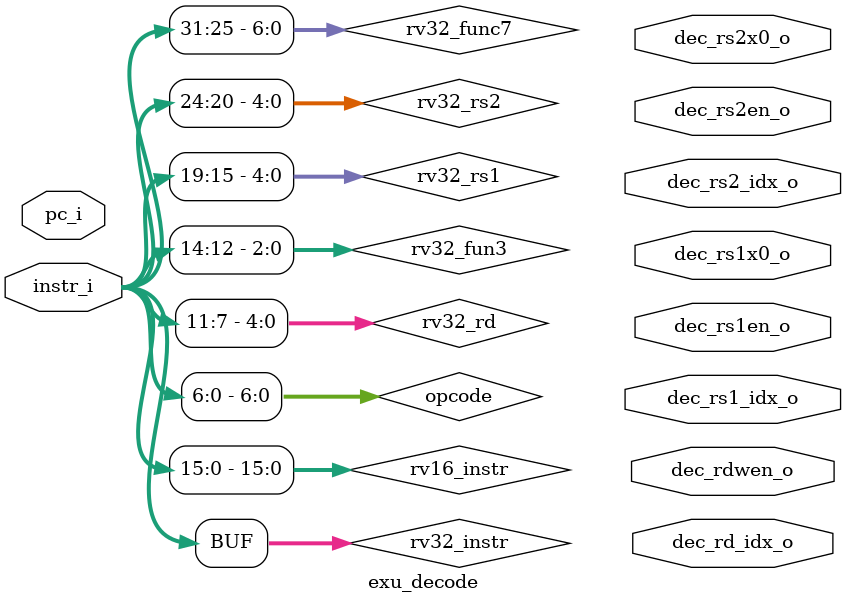
<source format=v>
module exu_decode(
    input wire  [31:0] instr_i,
    input wire  [31:0] pc_i,

    output wire        dec_rs1x0_o,
    output wire        dec_rs2x0_o,
    output wire        dec_rs1en_o,
    output wire        dec_rs2en_o,
    output wire        dec_rdwen_o,
    output wire [4:0]  dec_rs1_idx_o,
    output wire [4:0]  dec_rs2_idx_o,
    output wire [4:0]  dec_rd_idx_o

);

    wire [31:0] rv32_instr = instr_i;
    wire [15:0] rv16_instr = instr_i[15:0];

    wire [6:0] opcode = instr_i[6:0];

    // opcode[1:0]
    wire opcode_1_0_00 = (opcode[1:0] == 2'b00);
    wire opcode_1_0_01 = (opcode[1:0] == 2'b01);
    wire opcode_1_0_10 = (opcode[1:0] == 2'b10);
    wire opcode_1_0_11 = (opcode[1:0] == 2'b11);

    // 是否为32位指令
    wire rv32 = (~(opcode[4:2] == 3'b111)) & opcode_1_0_11;
    // 取出32位编码字段
    wire [4:0] rv32_rd    = rv32_instr[11:7];
    wire [2:0] rv32_fun3  = rv32_instr[14:12];
    wire [4:0] rv32_rs1   = rv32_instr[19:15];
    wire [4:0] rv32_rs2   = rv32_instr[24:20];
    wire [6:0] rv32_func7 = rv32_instr[31:25];

    // opcode[4:2]
    wire opcode_4_2_000 = (opcode[4:2] == 3'b000);
    wire opcode_4_2_001 = (opcode[4:2] == 3'b001);
    wire opcode_4_2_010 = (opcode[4:2] == 3'b010);
    wire opcode_4_2_011 = (opcode[4:2] == 3'b011);
    wire opcode_4_2_100 = (opcode[4:2] == 3'b100);
    wire opcode_4_2_101 = (opcode[4:2] == 3'b101);
    wire opcode_4_2_110 = (opcode[4:2] == 3'b110);
    wire opcode_4_2_111 = (opcode[4:2] == 3'b111);

    // opcode[6:5]
    wire opcode_6_5_00 = (opcode[6:5] == 2'b00);
    wire opcode_6_5_01 = (opcode[6:5] == 2'b01);
    wire opcode_6_5_10 = (opcode[6:5] == 2'b10);
    wire opcode_6_5_11 = (opcode[6:5] == 2'b11);

endmodule
</source>
